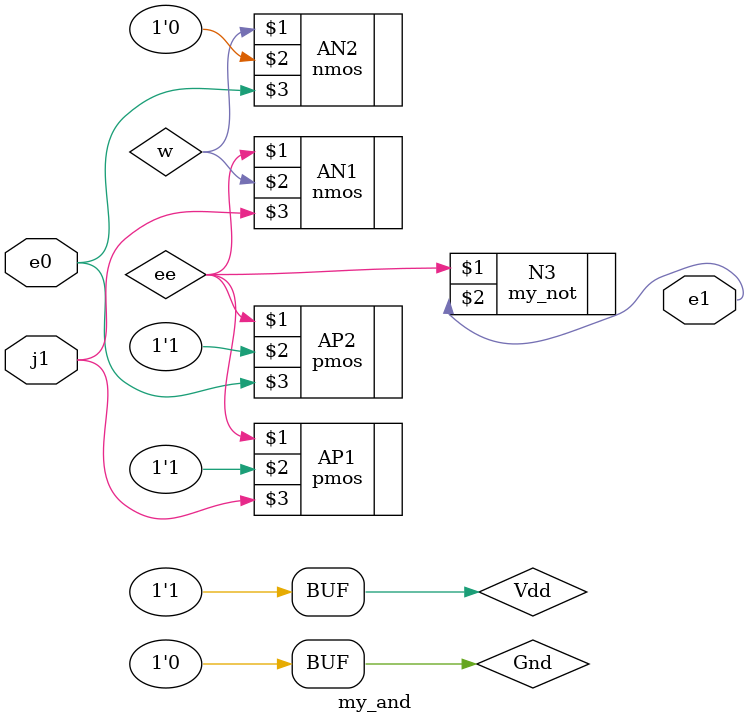
<source format=v>
`timescale 1ns/1ns
module my_and(input j1,e0, output e1);
	supply1 Vdd;
	supply0 Gnd;
	wire w, ee;

	pmos #(5,6,7) AP1(ee, Vdd, j1);
	pmos #(5,6,7) AP2(ee, Vdd, e0);
	nmos #(3,4,5) AN1(ee, w, j1);
	nmos #(3,4,5) AN2(w, Gnd, e0);
	my_not N3(ee, e1);

endmodule
</source>
